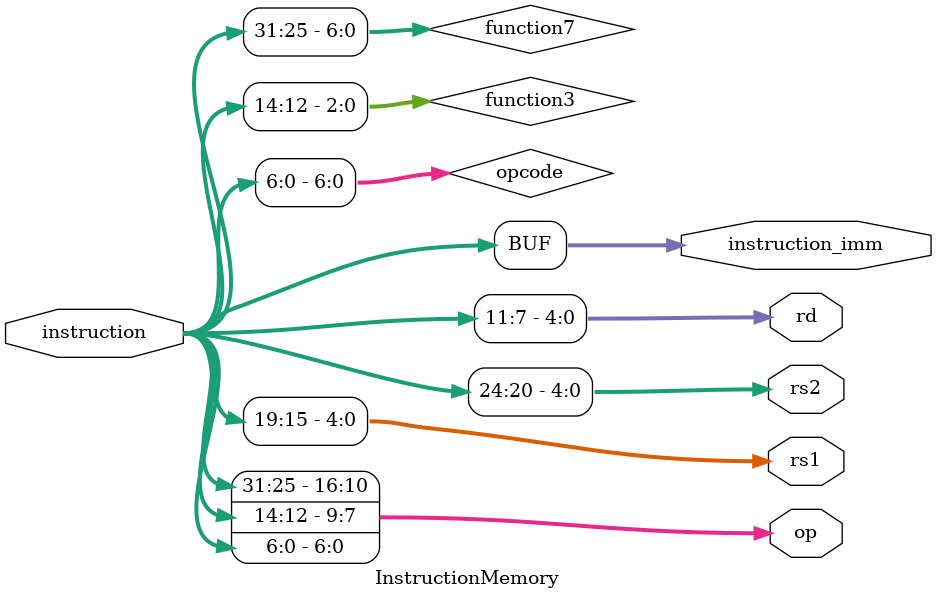
<source format=v>

module InstructionMemory(
    input [31:0] instruction,   //指令
    output reg[16:0] op,    //17位操作码
    output reg[4:0] rs1,    //源操作数1
    output reg[4:0] rs2,    //源操作数2
    output reg[4:0] rd,    //目的操作数
    output reg[31:0] instruction_imm //传递给立即数扩展模块的指令

);
    // 操作码中间变量  
    reg[6:0] opcode;
    reg[2:0] function3;
    reg[6:0] function7;



    always @(*)begin
        // 得到输出的op, rd, rs1, rs2, instruction
        opcode = instruction[6:0];
        function3 = instruction[14:12];
        function7 = instruction[31:25];

        rd = instruction[11:7];
        rs1 = instruction[19:15];
        rs2 = instruction[24:20];
        op = {function7,function3,opcode};
        instruction_imm = instruction;

    end







endmodule







</source>
